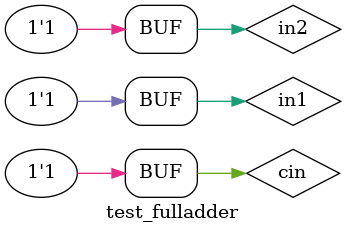
<source format=sv>
module test_fulladder;
  wire sum,carry;
  reg in1,in2,cin;
  fulladder a1(sum,carry,cin,in1,in2);
  //halfaddef ha2(.carry(car),.sum(s),.A(in2),.B(in2))
  
  initial begin
    $dumpfile("dump.vcd"); $dumpvars;
    // t=0
    in1=0; in2=0; cin=0;
    // t=10ns
    #10 in1=0; in2=1; cin=0;
    // t=20ns
   	#10 in1=1; in2=0; cin=0;
    // t=30ns
    #10 in1=1; in2=1; cin=0;
    // t=40ns
    #10 in1=0; in2=0; cin=1;
    // t=50ns
    #10 in1=0; in2=1; cin=1;
    // t=60ns
    #10 in1=1; in2=0; cin=1;
    // t=70
    #10 in1=1; in2=1; cin=1;
  end
endmodule
</source>
